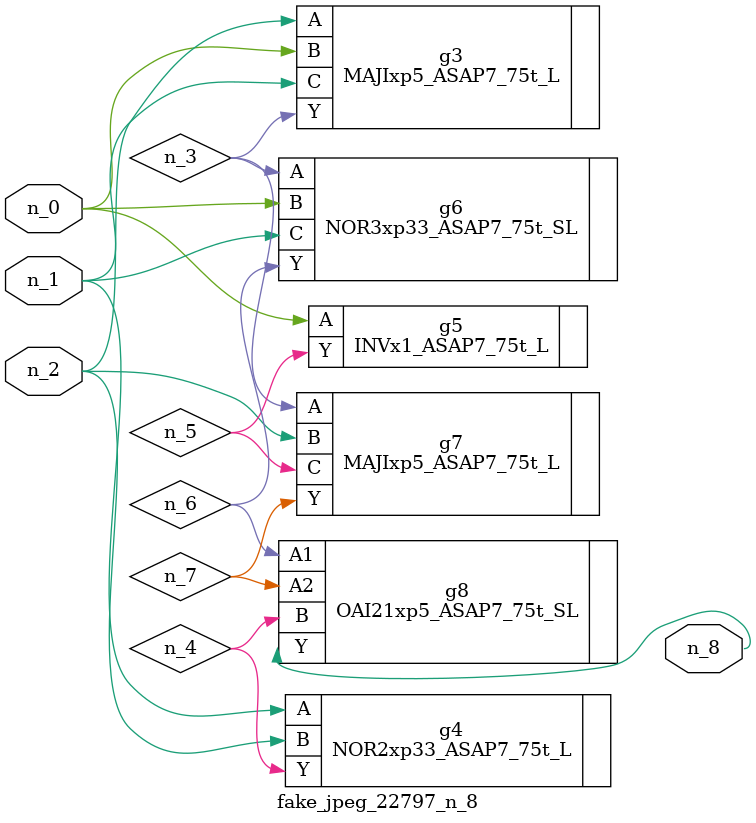
<source format=v>
module fake_jpeg_22797_n_8 (n_0, n_2, n_1, n_8);

input n_0;
input n_2;
input n_1;

output n_8;

wire n_3;
wire n_4;
wire n_6;
wire n_5;
wire n_7;

MAJIxp5_ASAP7_75t_L g3 ( 
.A(n_2),
.B(n_0),
.C(n_1),
.Y(n_3)
);

NOR2xp33_ASAP7_75t_L g4 ( 
.A(n_1),
.B(n_2),
.Y(n_4)
);

INVx1_ASAP7_75t_L g5 ( 
.A(n_0),
.Y(n_5)
);

NOR3xp33_ASAP7_75t_SL g6 ( 
.A(n_3),
.B(n_0),
.C(n_1),
.Y(n_6)
);

OAI21xp5_ASAP7_75t_SL g8 ( 
.A1(n_6),
.A2(n_7),
.B(n_4),
.Y(n_8)
);

MAJIxp5_ASAP7_75t_L g7 ( 
.A(n_3),
.B(n_2),
.C(n_5),
.Y(n_7)
);


endmodule
</source>
